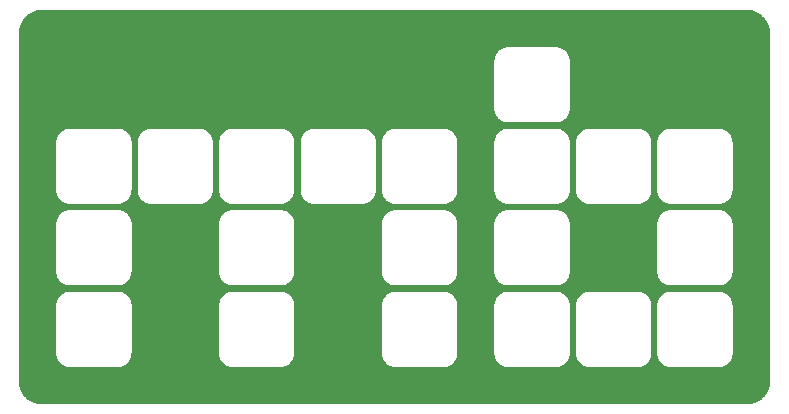
<source format=gbr>
%TF.GenerationSoftware,KiCad,Pcbnew,(6.0.9-0)*%
%TF.CreationDate,2022-12-20T14:10:16+00:00*%
%TF.ProjectId,fauxmac-plus-baseplate,66617578-6d61-4632-9d70-6c75732d6261,rev?*%
%TF.SameCoordinates,Original*%
%TF.FileFunction,Legend,Top*%
%TF.FilePolarity,Positive*%
%FSLAX46Y46*%
G04 Gerber Fmt 4.6, Leading zero omitted, Abs format (unit mm)*
G04 Created by KiCad (PCBNEW (6.0.9-0)) date 2022-12-20 14:10:16*
%MOMM*%
%LPD*%
G01*
G04 APERTURE LIST*
%ADD10C,0.000000*%
%ADD11C,0.150000*%
G04 APERTURE END LIST*
D10*
G36*
X135404935Y-74984775D02*
G01*
X135412467Y-74885077D01*
X135424874Y-74786862D01*
X135442033Y-74690251D01*
X135463823Y-74595364D01*
X135490124Y-74502323D01*
X135520814Y-74411249D01*
X135555773Y-74322263D01*
X135594878Y-74235486D01*
X135638009Y-74151039D01*
X135685045Y-74069044D01*
X135735865Y-73989621D01*
X135790347Y-73912892D01*
X135848371Y-73838978D01*
X135909815Y-73768000D01*
X135974558Y-73700078D01*
X136042480Y-73635335D01*
X136113458Y-73573891D01*
X136187372Y-73515867D01*
X136264101Y-73461385D01*
X136343524Y-73410565D01*
X136425519Y-73363529D01*
X136509966Y-73320398D01*
X136596743Y-73281293D01*
X136685729Y-73246334D01*
X136776803Y-73215644D01*
X136869844Y-73189343D01*
X136964731Y-73167553D01*
X137061342Y-73150394D01*
X137159557Y-73137987D01*
X137259255Y-73130455D01*
X137360314Y-73127917D01*
X197050312Y-73127917D01*
X197151371Y-73130455D01*
X197251069Y-73137987D01*
X197349284Y-73150394D01*
X197445895Y-73167553D01*
X197540782Y-73189343D01*
X197633823Y-73215644D01*
X197724897Y-73246334D01*
X197813883Y-73281293D01*
X197900659Y-73320398D01*
X197985106Y-73363529D01*
X198067101Y-73410565D01*
X198146523Y-73461385D01*
X198223252Y-73515867D01*
X198297166Y-73573891D01*
X198368144Y-73635335D01*
X198436065Y-73700078D01*
X198500809Y-73768000D01*
X198562252Y-73838978D01*
X198620276Y-73912892D01*
X198674758Y-73989621D01*
X198725578Y-74069044D01*
X198772613Y-74151039D01*
X198815744Y-74235486D01*
X198854850Y-74322263D01*
X198889808Y-74411249D01*
X198920498Y-74502323D01*
X198946798Y-74595364D01*
X198968589Y-74690251D01*
X198985748Y-74786862D01*
X198998154Y-74885077D01*
X199005687Y-74984775D01*
X199008224Y-75085834D01*
X199008224Y-104560416D01*
X199005687Y-104661475D01*
X198998154Y-104761173D01*
X198985748Y-104859388D01*
X198968589Y-104955999D01*
X198946798Y-105050886D01*
X198920498Y-105143927D01*
X198889808Y-105235001D01*
X198854850Y-105323987D01*
X198815744Y-105410764D01*
X198772613Y-105495211D01*
X198725578Y-105577206D01*
X198674758Y-105656629D01*
X198620276Y-105733358D01*
X198562252Y-105807272D01*
X198500809Y-105878250D01*
X198436065Y-105946171D01*
X198368144Y-106010915D01*
X198297166Y-106072359D01*
X198223252Y-106130382D01*
X198146523Y-106184865D01*
X198067101Y-106235684D01*
X197985106Y-106282720D01*
X197900659Y-106325852D01*
X197813883Y-106364957D01*
X197724897Y-106399915D01*
X197633823Y-106430605D01*
X197540782Y-106456906D01*
X197445895Y-106478696D01*
X197349284Y-106495855D01*
X197251069Y-106508262D01*
X197151371Y-106515794D01*
X197050312Y-106518332D01*
X137360314Y-106518332D01*
X137259255Y-106515794D01*
X137159557Y-106508262D01*
X137061342Y-106495855D01*
X136964731Y-106478696D01*
X136869844Y-106456906D01*
X136776803Y-106430605D01*
X136685729Y-106399915D01*
X136596743Y-106364957D01*
X136509966Y-106325852D01*
X136425519Y-106282720D01*
X136343524Y-106235684D01*
X136264101Y-106184865D01*
X136187372Y-106130382D01*
X136113458Y-106072359D01*
X136042480Y-106010915D01*
X135974558Y-105946171D01*
X135909815Y-105878250D01*
X135848371Y-105807272D01*
X135790347Y-105733358D01*
X135735865Y-105656629D01*
X135685045Y-105577206D01*
X135638009Y-105495211D01*
X135594878Y-105410764D01*
X135555773Y-105323987D01*
X135520814Y-105235001D01*
X135490124Y-105143927D01*
X135463823Y-105050886D01*
X135442033Y-104955999D01*
X135424874Y-104859388D01*
X135412467Y-104761173D01*
X135404935Y-104661475D01*
X135402397Y-104560416D01*
X135402397Y-102205624D01*
X138577397Y-102205624D01*
X138578934Y-102264833D01*
X138583495Y-102323343D01*
X138591001Y-102381079D01*
X138601375Y-102437962D01*
X138614539Y-102493914D01*
X138630417Y-102548859D01*
X138648930Y-102602719D01*
X138670001Y-102655416D01*
X138693552Y-102706873D01*
X138719507Y-102757012D01*
X138747787Y-102805756D01*
X138778315Y-102853027D01*
X138811013Y-102898748D01*
X138845804Y-102942841D01*
X138882611Y-102985228D01*
X138921355Y-103025833D01*
X138961960Y-103064577D01*
X139004347Y-103101384D01*
X139048440Y-103136175D01*
X139094161Y-103168874D01*
X139141432Y-103199401D01*
X139190176Y-103227681D01*
X139240315Y-103253636D01*
X139291772Y-103277187D01*
X139344469Y-103298259D01*
X139398328Y-103316772D01*
X139453273Y-103332649D01*
X139509226Y-103345814D01*
X139566109Y-103356188D01*
X139623844Y-103363694D01*
X139682355Y-103368254D01*
X139741563Y-103369792D01*
X143763230Y-103369792D01*
X143822438Y-103368254D01*
X143880949Y-103363694D01*
X143938684Y-103356188D01*
X143995567Y-103345814D01*
X144051520Y-103332649D01*
X144106465Y-103316772D01*
X144160324Y-103298259D01*
X144213022Y-103277187D01*
X144264478Y-103253636D01*
X144314617Y-103227681D01*
X144363361Y-103199401D01*
X144410632Y-103168874D01*
X144456353Y-103136175D01*
X144500446Y-103101384D01*
X144542833Y-103064577D01*
X144583438Y-103025833D01*
X144622183Y-102985228D01*
X144658989Y-102942841D01*
X144693780Y-102898748D01*
X144726479Y-102853027D01*
X144757006Y-102805756D01*
X144785286Y-102757012D01*
X144811241Y-102706873D01*
X144834792Y-102655416D01*
X144855863Y-102602719D01*
X144874377Y-102548859D01*
X144890254Y-102493914D01*
X144903419Y-102437962D01*
X144913793Y-102381079D01*
X144921299Y-102323343D01*
X144925859Y-102264833D01*
X144927397Y-102205624D01*
X144953855Y-102205624D01*
X152362188Y-102205624D01*
X152363726Y-102264833D01*
X152368286Y-102323343D01*
X152375792Y-102381079D01*
X152386166Y-102437962D01*
X152399331Y-102493914D01*
X152415208Y-102548859D01*
X152433721Y-102602719D01*
X152454792Y-102655416D01*
X152478344Y-102706873D01*
X152504298Y-102757012D01*
X152532578Y-102805756D01*
X152563106Y-102853027D01*
X152595804Y-102898748D01*
X152630595Y-102942841D01*
X152667402Y-102985228D01*
X152706146Y-103025833D01*
X152746751Y-103064577D01*
X152789138Y-103101384D01*
X152833231Y-103136175D01*
X152878952Y-103168874D01*
X152926223Y-103199401D01*
X152974966Y-103227681D01*
X153025105Y-103253636D01*
X153076562Y-103277187D01*
X153129259Y-103298259D01*
X153183119Y-103316772D01*
X153238064Y-103332649D01*
X153294016Y-103345814D01*
X153350899Y-103356188D01*
X153408635Y-103363694D01*
X153467145Y-103368254D01*
X153526354Y-103369792D01*
X157548019Y-103369792D01*
X157607228Y-103368254D01*
X157665738Y-103363694D01*
X157723474Y-103356188D01*
X157780357Y-103345814D01*
X157836309Y-103332649D01*
X157891254Y-103316772D01*
X157945114Y-103298259D01*
X157997811Y-103277187D01*
X158049268Y-103253636D01*
X158099407Y-103227681D01*
X158148151Y-103199401D01*
X158195422Y-103168874D01*
X158241143Y-103136175D01*
X158285236Y-103101384D01*
X158327623Y-103064577D01*
X158368228Y-103025833D01*
X158406972Y-102985228D01*
X158443779Y-102942841D01*
X158478570Y-102898748D01*
X158511269Y-102853027D01*
X158541796Y-102805756D01*
X158570076Y-102757012D01*
X158596031Y-102706873D01*
X158619582Y-102655416D01*
X158640653Y-102602719D01*
X158659167Y-102548859D01*
X158675044Y-102493914D01*
X158688209Y-102437962D01*
X158698583Y-102381079D01*
X158706089Y-102323343D01*
X158710649Y-102264833D01*
X158712187Y-102205624D01*
X158738647Y-102205624D01*
X166146980Y-102205624D01*
X166148518Y-102264833D01*
X166153078Y-102323343D01*
X166160584Y-102381079D01*
X166170958Y-102437962D01*
X166184123Y-102493914D01*
X166200000Y-102548859D01*
X166218513Y-102602719D01*
X166239584Y-102655416D01*
X166263136Y-102706873D01*
X166289090Y-102757012D01*
X166317370Y-102805756D01*
X166347898Y-102853027D01*
X166380597Y-102898748D01*
X166415388Y-102942841D01*
X166452194Y-102985228D01*
X166490939Y-103025833D01*
X166531544Y-103064577D01*
X166573931Y-103101384D01*
X166618024Y-103136175D01*
X166663745Y-103168874D01*
X166711016Y-103199401D01*
X166759760Y-103227681D01*
X166809899Y-103253636D01*
X166861356Y-103277187D01*
X166914053Y-103298259D01*
X166967913Y-103316772D01*
X167022858Y-103332649D01*
X167078810Y-103345814D01*
X167135693Y-103356188D01*
X167193429Y-103363694D01*
X167251939Y-103368254D01*
X167311148Y-103369792D01*
X171359272Y-103369792D01*
X171418480Y-103368254D01*
X171476990Y-103363694D01*
X171534726Y-103356188D01*
X171591609Y-103345814D01*
X171647561Y-103332649D01*
X171702506Y-103316772D01*
X171756366Y-103298259D01*
X171809063Y-103277187D01*
X171860519Y-103253636D01*
X171910658Y-103227681D01*
X171959402Y-103199401D01*
X172006673Y-103168874D01*
X172052394Y-103136175D01*
X172096487Y-103101384D01*
X172138874Y-103064577D01*
X172179479Y-103025833D01*
X172218223Y-102985228D01*
X172255030Y-102942841D01*
X172289821Y-102898748D01*
X172322519Y-102853027D01*
X172353047Y-102805756D01*
X172381327Y-102757012D01*
X172407282Y-102706873D01*
X172430833Y-102655416D01*
X172451904Y-102602719D01*
X172470417Y-102548859D01*
X172486295Y-102493914D01*
X172499459Y-102437962D01*
X172509834Y-102381079D01*
X172517340Y-102323343D01*
X172521900Y-102264833D01*
X172523437Y-102205624D01*
X175671982Y-102205624D01*
X175673519Y-102264833D01*
X175678079Y-102323343D01*
X175685586Y-102381079D01*
X175695960Y-102437962D01*
X175709124Y-102493914D01*
X175725002Y-102548859D01*
X175743515Y-102602719D01*
X175764586Y-102655416D01*
X175788137Y-102706873D01*
X175814092Y-102757012D01*
X175842372Y-102805756D01*
X175872900Y-102853027D01*
X175905598Y-102898748D01*
X175940389Y-102942841D01*
X175977196Y-102985228D01*
X176015940Y-103025833D01*
X176056545Y-103064577D01*
X176098932Y-103101384D01*
X176143025Y-103136175D01*
X176188746Y-103168874D01*
X176236017Y-103199401D01*
X176284761Y-103227681D01*
X176334900Y-103253636D01*
X176386356Y-103277187D01*
X176439053Y-103298259D01*
X176492913Y-103316772D01*
X176547858Y-103332649D01*
X176603810Y-103345814D01*
X176660693Y-103356188D01*
X176718429Y-103363694D01*
X176776939Y-103368254D01*
X176836147Y-103369792D01*
X180884273Y-103369792D01*
X180943481Y-103368254D01*
X181001992Y-103363694D01*
X181059727Y-103356188D01*
X181116610Y-103345814D01*
X181172563Y-103332649D01*
X181227508Y-103316772D01*
X181281367Y-103298259D01*
X181334064Y-103277187D01*
X181385521Y-103253636D01*
X181435660Y-103227681D01*
X181484404Y-103199401D01*
X181531675Y-103168874D01*
X181577395Y-103136175D01*
X181621488Y-103101384D01*
X181663876Y-103064577D01*
X181704480Y-103025833D01*
X181743225Y-102985228D01*
X181780031Y-102942841D01*
X181814823Y-102898748D01*
X181847521Y-102853027D01*
X181878049Y-102805756D01*
X181906329Y-102757012D01*
X181932283Y-102706873D01*
X181955835Y-102655416D01*
X181976906Y-102602719D01*
X181995419Y-102548859D01*
X182011296Y-102493914D01*
X182024461Y-102437962D01*
X182034835Y-102381079D01*
X182042341Y-102323343D01*
X182046901Y-102264833D01*
X182048439Y-102205624D01*
X182577602Y-102205624D01*
X182579140Y-102264833D01*
X182583700Y-102323343D01*
X182591206Y-102381079D01*
X182601580Y-102437962D01*
X182614745Y-102493914D01*
X182630622Y-102548859D01*
X182649135Y-102602719D01*
X182670206Y-102655416D01*
X182693758Y-102706873D01*
X182719712Y-102757012D01*
X182747992Y-102805756D01*
X182778520Y-102853027D01*
X182811219Y-102898748D01*
X182846010Y-102942841D01*
X182882816Y-102985228D01*
X182921561Y-103025833D01*
X182962165Y-103064577D01*
X183004553Y-103101384D01*
X183048646Y-103136175D01*
X183094366Y-103168874D01*
X183141637Y-103199401D01*
X183190381Y-103227681D01*
X183240520Y-103253636D01*
X183291977Y-103277187D01*
X183344674Y-103298259D01*
X183398534Y-103316772D01*
X183453478Y-103332649D01*
X183509431Y-103345814D01*
X183566314Y-103356188D01*
X183624049Y-103363694D01*
X183682560Y-103368254D01*
X183741768Y-103369792D01*
X187789894Y-103369792D01*
X187849102Y-103368254D01*
X187907613Y-103363694D01*
X187965348Y-103356188D01*
X188022231Y-103345814D01*
X188078183Y-103332649D01*
X188133128Y-103316772D01*
X188186988Y-103298259D01*
X188239685Y-103277187D01*
X188291141Y-103253636D01*
X188341280Y-103227681D01*
X188390024Y-103199401D01*
X188437295Y-103168874D01*
X188483016Y-103136175D01*
X188527109Y-103101384D01*
X188569496Y-103064577D01*
X188610101Y-103025833D01*
X188648845Y-102985228D01*
X188685652Y-102942841D01*
X188720443Y-102898748D01*
X188753141Y-102853027D01*
X188783669Y-102805756D01*
X188811949Y-102757012D01*
X188837904Y-102706873D01*
X188861455Y-102655416D01*
X188882526Y-102602719D01*
X188901039Y-102548859D01*
X188916917Y-102493914D01*
X188930082Y-102437962D01*
X188940456Y-102381079D01*
X188947962Y-102323343D01*
X188952522Y-102264833D01*
X188954059Y-102205624D01*
X189456772Y-102205624D01*
X189458309Y-102264833D01*
X189462869Y-102323343D01*
X189470375Y-102381079D01*
X189480749Y-102437962D01*
X189493914Y-102493914D01*
X189509791Y-102548859D01*
X189528304Y-102602719D01*
X189549375Y-102655416D01*
X189572927Y-102706873D01*
X189598881Y-102757012D01*
X189627161Y-102805756D01*
X189657689Y-102853027D01*
X189690387Y-102898748D01*
X189725178Y-102942841D01*
X189761984Y-102985228D01*
X189800728Y-103025833D01*
X189841333Y-103064577D01*
X189883720Y-103101384D01*
X189927813Y-103136175D01*
X189973533Y-103168874D01*
X190020804Y-103199401D01*
X190069548Y-103227681D01*
X190119687Y-103253636D01*
X190171143Y-103277187D01*
X190223840Y-103298259D01*
X190277700Y-103316772D01*
X190332644Y-103332649D01*
X190388597Y-103345814D01*
X190445479Y-103356188D01*
X190503215Y-103363694D01*
X190561725Y-103368254D01*
X190620933Y-103369792D01*
X194669060Y-103369792D01*
X194728268Y-103368254D01*
X194786778Y-103363694D01*
X194844514Y-103356188D01*
X194901396Y-103345814D01*
X194957349Y-103332649D01*
X195012294Y-103316772D01*
X195066153Y-103298259D01*
X195118850Y-103277187D01*
X195170307Y-103253636D01*
X195220446Y-103227681D01*
X195269190Y-103199401D01*
X195316461Y-103168874D01*
X195362182Y-103136175D01*
X195406274Y-103101384D01*
X195448662Y-103064577D01*
X195489267Y-103025833D01*
X195528011Y-102985228D01*
X195564818Y-102942841D01*
X195599609Y-102898748D01*
X195632307Y-102853027D01*
X195662835Y-102805756D01*
X195691115Y-102757012D01*
X195717069Y-102706873D01*
X195740621Y-102655416D01*
X195761692Y-102602719D01*
X195780205Y-102548859D01*
X195796083Y-102493914D01*
X195809247Y-102437962D01*
X195819621Y-102381079D01*
X195827127Y-102323343D01*
X195831688Y-102264833D01*
X195833225Y-102205624D01*
X195833225Y-98157498D01*
X195831688Y-98098290D01*
X195827127Y-98039779D01*
X195819621Y-97982044D01*
X195809247Y-97925161D01*
X195796083Y-97869208D01*
X195780205Y-97814263D01*
X195761692Y-97760403D01*
X195740621Y-97707706D01*
X195717069Y-97656249D01*
X195691115Y-97606110D01*
X195662835Y-97557366D01*
X195632307Y-97510095D01*
X195599609Y-97464375D01*
X195564818Y-97420282D01*
X195528011Y-97377894D01*
X195489267Y-97337289D01*
X195448662Y-97298545D01*
X195406274Y-97261738D01*
X195362182Y-97226947D01*
X195316461Y-97194249D01*
X195269190Y-97163721D01*
X195220446Y-97135441D01*
X195170307Y-97109486D01*
X195118850Y-97085935D01*
X195066153Y-97064864D01*
X195012294Y-97046351D01*
X194957349Y-97030473D01*
X194901396Y-97017309D01*
X194844514Y-97006934D01*
X194786778Y-96999428D01*
X194728268Y-96994868D01*
X194669060Y-96993331D01*
X190620933Y-96993331D01*
X190561725Y-96994868D01*
X190503215Y-96999428D01*
X190445479Y-97006934D01*
X190388597Y-97017309D01*
X190332644Y-97030473D01*
X190277700Y-97046351D01*
X190223840Y-97064864D01*
X190171143Y-97085935D01*
X190119687Y-97109486D01*
X190069548Y-97135441D01*
X190020804Y-97163721D01*
X189973533Y-97194249D01*
X189927813Y-97226947D01*
X189883720Y-97261738D01*
X189841333Y-97298545D01*
X189800728Y-97337289D01*
X189761984Y-97377894D01*
X189725178Y-97420282D01*
X189690387Y-97464375D01*
X189657689Y-97510095D01*
X189627161Y-97557366D01*
X189598881Y-97606110D01*
X189572927Y-97656249D01*
X189549375Y-97707706D01*
X189528304Y-97760403D01*
X189509791Y-97814263D01*
X189493914Y-97869208D01*
X189480749Y-97925161D01*
X189470375Y-97982044D01*
X189462869Y-98039779D01*
X189458309Y-98098290D01*
X189456772Y-98157498D01*
X189456772Y-102205624D01*
X188954059Y-102205624D01*
X188954059Y-98157498D01*
X188952522Y-98098290D01*
X188947962Y-98039779D01*
X188940456Y-97982044D01*
X188930082Y-97925161D01*
X188916917Y-97869208D01*
X188901039Y-97814263D01*
X188882526Y-97760403D01*
X188861455Y-97707706D01*
X188837904Y-97656249D01*
X188811949Y-97606110D01*
X188783669Y-97557366D01*
X188753141Y-97510095D01*
X188720443Y-97464375D01*
X188685652Y-97420282D01*
X188648845Y-97377894D01*
X188610101Y-97337289D01*
X188569496Y-97298545D01*
X188527109Y-97261738D01*
X188483016Y-97226947D01*
X188437295Y-97194249D01*
X188390024Y-97163721D01*
X188341280Y-97135441D01*
X188291141Y-97109486D01*
X188239685Y-97085935D01*
X188186988Y-97064864D01*
X188133128Y-97046351D01*
X188078183Y-97030473D01*
X188022231Y-97017309D01*
X187965348Y-97006934D01*
X187907613Y-96999428D01*
X187849102Y-96994868D01*
X187789894Y-96993331D01*
X183741768Y-96993331D01*
X183682560Y-96994868D01*
X183624049Y-96999428D01*
X183566314Y-97006934D01*
X183509431Y-97017309D01*
X183453478Y-97030473D01*
X183398534Y-97046351D01*
X183344674Y-97064864D01*
X183291977Y-97085935D01*
X183240520Y-97109486D01*
X183190381Y-97135441D01*
X183141637Y-97163721D01*
X183094366Y-97194249D01*
X183048646Y-97226947D01*
X183004553Y-97261738D01*
X182962165Y-97298545D01*
X182921561Y-97337289D01*
X182882816Y-97377894D01*
X182846010Y-97420282D01*
X182811219Y-97464375D01*
X182778520Y-97510095D01*
X182747992Y-97557366D01*
X182719712Y-97606110D01*
X182693758Y-97656249D01*
X182670206Y-97707706D01*
X182649135Y-97760403D01*
X182630622Y-97814263D01*
X182614745Y-97869208D01*
X182601580Y-97925161D01*
X182591206Y-97982044D01*
X182583700Y-98039779D01*
X182579140Y-98098290D01*
X182577602Y-98157498D01*
X182577602Y-102205624D01*
X182048439Y-102205624D01*
X182048439Y-98157498D01*
X182046901Y-98098290D01*
X182042341Y-98039779D01*
X182034835Y-97982044D01*
X182024461Y-97925161D01*
X182011296Y-97869208D01*
X181995419Y-97814263D01*
X181976906Y-97760403D01*
X181955835Y-97707706D01*
X181932283Y-97656249D01*
X181906329Y-97606110D01*
X181878049Y-97557366D01*
X181847521Y-97510095D01*
X181814823Y-97464375D01*
X181780031Y-97420282D01*
X181743225Y-97377894D01*
X181704480Y-97337289D01*
X181663876Y-97298545D01*
X181621488Y-97261738D01*
X181577395Y-97226947D01*
X181531675Y-97194249D01*
X181484404Y-97163721D01*
X181435660Y-97135441D01*
X181385521Y-97109486D01*
X181334064Y-97085935D01*
X181281367Y-97064864D01*
X181227508Y-97046351D01*
X181172563Y-97030473D01*
X181116610Y-97017309D01*
X181059727Y-97006934D01*
X181001992Y-96999428D01*
X180943481Y-96994868D01*
X180884273Y-96993331D01*
X176836147Y-96993331D01*
X176776939Y-96994868D01*
X176718429Y-96999428D01*
X176660693Y-97006934D01*
X176603810Y-97017309D01*
X176547858Y-97030473D01*
X176492913Y-97046351D01*
X176439053Y-97064864D01*
X176386356Y-97085935D01*
X176334900Y-97109486D01*
X176284761Y-97135441D01*
X176236017Y-97163721D01*
X176188746Y-97194249D01*
X176143025Y-97226947D01*
X176098932Y-97261738D01*
X176056545Y-97298545D01*
X176015940Y-97337289D01*
X175977196Y-97377894D01*
X175940389Y-97420282D01*
X175905598Y-97464375D01*
X175872900Y-97510095D01*
X175842372Y-97557366D01*
X175814092Y-97606110D01*
X175788137Y-97656249D01*
X175764586Y-97707706D01*
X175743515Y-97760403D01*
X175725002Y-97814263D01*
X175709124Y-97869208D01*
X175695960Y-97925161D01*
X175685586Y-97982044D01*
X175678079Y-98039779D01*
X175673519Y-98098290D01*
X175671982Y-98157498D01*
X175671982Y-102205624D01*
X172523437Y-102205624D01*
X172523437Y-98157498D01*
X172521900Y-98098290D01*
X172517340Y-98039779D01*
X172509834Y-97982044D01*
X172499459Y-97925161D01*
X172486295Y-97869208D01*
X172470417Y-97814263D01*
X172451904Y-97760403D01*
X172430833Y-97707706D01*
X172407282Y-97656249D01*
X172381327Y-97606110D01*
X172353047Y-97557366D01*
X172322519Y-97510095D01*
X172289821Y-97464375D01*
X172255030Y-97420282D01*
X172218223Y-97377894D01*
X172179479Y-97337289D01*
X172138874Y-97298545D01*
X172096487Y-97261738D01*
X172052394Y-97226947D01*
X172006673Y-97194249D01*
X171959402Y-97163721D01*
X171910658Y-97135441D01*
X171860519Y-97109486D01*
X171809063Y-97085935D01*
X171756366Y-97064864D01*
X171702506Y-97046351D01*
X171647561Y-97030473D01*
X171591609Y-97017309D01*
X171534726Y-97006934D01*
X171476990Y-96999428D01*
X171418480Y-96994868D01*
X171359272Y-96993331D01*
X167311148Y-96993331D01*
X167251939Y-96994868D01*
X167193429Y-96999428D01*
X167135693Y-97006934D01*
X167078810Y-97017309D01*
X167022858Y-97030473D01*
X166967913Y-97046351D01*
X166914053Y-97064864D01*
X166861356Y-97085935D01*
X166809899Y-97109486D01*
X166759760Y-97135441D01*
X166711016Y-97163721D01*
X166663745Y-97194249D01*
X166618024Y-97226947D01*
X166573931Y-97261738D01*
X166531544Y-97298545D01*
X166490939Y-97337289D01*
X166452194Y-97377894D01*
X166415388Y-97420282D01*
X166380597Y-97464375D01*
X166347898Y-97510095D01*
X166317370Y-97557366D01*
X166289090Y-97606110D01*
X166263136Y-97656249D01*
X166239584Y-97707706D01*
X166218513Y-97760403D01*
X166200000Y-97814263D01*
X166184123Y-97869208D01*
X166170958Y-97925161D01*
X166160584Y-97982044D01*
X166153078Y-98039779D01*
X166148518Y-98098290D01*
X166146980Y-98157498D01*
X166146980Y-102205624D01*
X158738647Y-102205624D01*
X158738647Y-98157498D01*
X158737110Y-98098290D01*
X158732550Y-98039779D01*
X158725043Y-97982044D01*
X158714669Y-97925161D01*
X158701505Y-97869208D01*
X158685627Y-97814263D01*
X158667114Y-97760403D01*
X158646043Y-97707706D01*
X158622492Y-97656249D01*
X158596537Y-97606110D01*
X158568257Y-97557366D01*
X158537729Y-97510095D01*
X158505031Y-97464375D01*
X158470240Y-97420282D01*
X158433433Y-97377894D01*
X158394689Y-97337289D01*
X158354084Y-97298545D01*
X158311696Y-97261738D01*
X158267603Y-97226947D01*
X158221883Y-97194249D01*
X158174612Y-97163721D01*
X158125868Y-97135441D01*
X158075729Y-97109486D01*
X158024272Y-97085935D01*
X157971575Y-97064864D01*
X157917715Y-97046351D01*
X157862770Y-97030473D01*
X157806817Y-97017309D01*
X157749934Y-97006934D01*
X157692199Y-96999428D01*
X157633688Y-96994868D01*
X157574480Y-96993331D01*
X153526354Y-96993331D01*
X153467145Y-96994868D01*
X153408635Y-96999428D01*
X153350899Y-97006934D01*
X153294016Y-97017309D01*
X153238064Y-97030473D01*
X153183119Y-97046351D01*
X153129259Y-97064864D01*
X153076562Y-97085935D01*
X153025105Y-97109486D01*
X152974966Y-97135441D01*
X152926223Y-97163721D01*
X152878952Y-97194249D01*
X152833231Y-97226947D01*
X152789138Y-97261738D01*
X152746751Y-97298545D01*
X152706146Y-97337289D01*
X152667402Y-97377894D01*
X152630595Y-97420282D01*
X152595804Y-97464375D01*
X152563106Y-97510095D01*
X152532578Y-97557366D01*
X152504298Y-97606110D01*
X152478344Y-97656249D01*
X152454792Y-97707706D01*
X152433721Y-97760403D01*
X152415208Y-97814263D01*
X152399331Y-97869208D01*
X152386166Y-97925161D01*
X152375792Y-97982044D01*
X152368286Y-98039779D01*
X152363726Y-98098290D01*
X152362188Y-98157498D01*
X152362188Y-102205624D01*
X144953855Y-102205624D01*
X144953855Y-98157498D01*
X144952318Y-98098290D01*
X144947758Y-98039779D01*
X144940252Y-97982044D01*
X144929877Y-97925161D01*
X144916713Y-97869208D01*
X144900835Y-97814263D01*
X144882322Y-97760403D01*
X144861251Y-97707706D01*
X144837700Y-97656249D01*
X144811745Y-97606110D01*
X144783465Y-97557366D01*
X144752937Y-97510095D01*
X144720239Y-97464375D01*
X144685448Y-97420282D01*
X144648642Y-97377894D01*
X144609897Y-97337289D01*
X144569292Y-97298545D01*
X144526905Y-97261738D01*
X144482812Y-97226947D01*
X144437091Y-97194249D01*
X144389820Y-97163721D01*
X144341076Y-97135441D01*
X144290937Y-97109486D01*
X144239480Y-97085935D01*
X144186783Y-97064864D01*
X144132923Y-97046351D01*
X144077978Y-97030473D01*
X144022026Y-97017309D01*
X143965143Y-97006934D01*
X143907407Y-96999428D01*
X143848896Y-96994868D01*
X143789688Y-96993331D01*
X139741563Y-96993331D01*
X139682355Y-96994868D01*
X139623844Y-96999428D01*
X139566109Y-97006934D01*
X139509226Y-97017309D01*
X139453273Y-97030473D01*
X139398328Y-97046351D01*
X139344469Y-97064864D01*
X139291772Y-97085935D01*
X139240315Y-97109486D01*
X139190176Y-97135441D01*
X139141432Y-97163721D01*
X139094161Y-97194249D01*
X139048440Y-97226947D01*
X139004347Y-97261738D01*
X138961960Y-97298545D01*
X138921355Y-97337289D01*
X138882611Y-97377894D01*
X138845804Y-97420282D01*
X138811013Y-97464375D01*
X138778315Y-97510095D01*
X138747787Y-97557366D01*
X138719507Y-97606110D01*
X138693552Y-97656249D01*
X138670001Y-97707706D01*
X138648930Y-97760403D01*
X138630417Y-97814263D01*
X138614539Y-97869208D01*
X138601375Y-97925161D01*
X138591001Y-97982044D01*
X138583495Y-98039779D01*
X138578934Y-98098290D01*
X138577397Y-98157498D01*
X138577397Y-102205624D01*
X135402397Y-102205624D01*
X135402397Y-95300000D01*
X138577397Y-95300000D01*
X138578934Y-95359208D01*
X138583495Y-95417719D01*
X138591001Y-95475454D01*
X138601375Y-95532337D01*
X138614539Y-95588290D01*
X138630417Y-95643235D01*
X138648930Y-95697095D01*
X138670001Y-95749792D01*
X138693552Y-95801249D01*
X138719507Y-95851388D01*
X138747787Y-95900132D01*
X138778315Y-95947403D01*
X138811013Y-95993123D01*
X138845804Y-96037216D01*
X138882611Y-96079604D01*
X138921355Y-96120209D01*
X138961960Y-96158953D01*
X139004347Y-96195760D01*
X139048440Y-96230551D01*
X139094161Y-96263249D01*
X139141432Y-96293777D01*
X139190176Y-96322057D01*
X139240315Y-96348012D01*
X139291772Y-96371563D01*
X139344469Y-96392634D01*
X139398328Y-96411147D01*
X139453273Y-96427025D01*
X139509226Y-96440189D01*
X139566109Y-96450563D01*
X139623844Y-96458070D01*
X139682355Y-96462630D01*
X139741563Y-96464167D01*
X143763230Y-96464167D01*
X143822438Y-96462630D01*
X143880949Y-96458070D01*
X143938684Y-96450563D01*
X143995567Y-96440189D01*
X144051520Y-96427025D01*
X144106465Y-96411147D01*
X144160324Y-96392634D01*
X144213022Y-96371563D01*
X144264478Y-96348012D01*
X144314617Y-96322057D01*
X144363361Y-96293777D01*
X144410632Y-96263249D01*
X144456353Y-96230551D01*
X144500446Y-96195760D01*
X144542833Y-96158953D01*
X144583438Y-96120209D01*
X144622183Y-96079604D01*
X144658989Y-96037216D01*
X144693780Y-95993123D01*
X144726479Y-95947403D01*
X144757006Y-95900132D01*
X144785286Y-95851388D01*
X144811241Y-95801249D01*
X144834792Y-95749792D01*
X144855863Y-95697095D01*
X144874377Y-95643235D01*
X144890254Y-95588290D01*
X144903419Y-95532337D01*
X144913793Y-95475454D01*
X144921299Y-95417719D01*
X144925859Y-95359208D01*
X144927397Y-95300000D01*
X144953855Y-95300000D01*
X152362188Y-95300000D01*
X152363726Y-95359208D01*
X152368286Y-95417719D01*
X152375792Y-95475454D01*
X152386166Y-95532337D01*
X152399331Y-95588290D01*
X152415208Y-95643235D01*
X152433721Y-95697095D01*
X152454792Y-95749792D01*
X152478344Y-95801249D01*
X152504298Y-95851388D01*
X152532578Y-95900132D01*
X152563106Y-95947403D01*
X152595804Y-95993123D01*
X152630595Y-96037216D01*
X152667402Y-96079604D01*
X152706146Y-96120209D01*
X152746751Y-96158953D01*
X152789138Y-96195760D01*
X152833231Y-96230551D01*
X152878952Y-96263249D01*
X152926223Y-96293777D01*
X152974966Y-96322057D01*
X153025105Y-96348012D01*
X153076562Y-96371563D01*
X153129259Y-96392634D01*
X153183119Y-96411147D01*
X153238064Y-96427025D01*
X153294016Y-96440189D01*
X153350899Y-96450563D01*
X153408635Y-96458070D01*
X153467145Y-96462630D01*
X153526354Y-96464167D01*
X157548019Y-96464167D01*
X157607228Y-96462630D01*
X157665738Y-96458070D01*
X157723474Y-96450563D01*
X157780357Y-96440189D01*
X157836309Y-96427025D01*
X157891254Y-96411147D01*
X157945114Y-96392634D01*
X157997811Y-96371563D01*
X158049268Y-96348012D01*
X158099407Y-96322057D01*
X158148151Y-96293777D01*
X158195422Y-96263249D01*
X158241143Y-96230551D01*
X158285236Y-96195760D01*
X158327623Y-96158953D01*
X158368228Y-96120209D01*
X158406972Y-96079604D01*
X158443779Y-96037216D01*
X158478570Y-95993123D01*
X158511269Y-95947403D01*
X158541796Y-95900132D01*
X158570076Y-95851388D01*
X158596031Y-95801249D01*
X158619582Y-95749792D01*
X158640653Y-95697095D01*
X158659167Y-95643235D01*
X158675044Y-95588290D01*
X158688209Y-95532337D01*
X158698583Y-95475454D01*
X158706089Y-95417719D01*
X158710649Y-95359208D01*
X158712187Y-95300000D01*
X158738647Y-95300000D01*
X166146980Y-95300000D01*
X166148518Y-95359208D01*
X166153078Y-95417719D01*
X166160584Y-95475454D01*
X166170958Y-95532337D01*
X166184123Y-95588290D01*
X166200000Y-95643235D01*
X166218513Y-95697095D01*
X166239584Y-95749792D01*
X166263136Y-95801249D01*
X166289090Y-95851388D01*
X166317370Y-95900132D01*
X166347898Y-95947403D01*
X166380597Y-95993123D01*
X166415388Y-96037216D01*
X166452194Y-96079604D01*
X166490939Y-96120209D01*
X166531544Y-96158953D01*
X166573931Y-96195760D01*
X166618024Y-96230551D01*
X166663745Y-96263249D01*
X166711016Y-96293777D01*
X166759760Y-96322057D01*
X166809899Y-96348012D01*
X166861356Y-96371563D01*
X166914053Y-96392634D01*
X166967913Y-96411147D01*
X167022858Y-96427025D01*
X167078810Y-96440189D01*
X167135693Y-96450563D01*
X167193429Y-96458070D01*
X167251939Y-96462630D01*
X167311148Y-96464167D01*
X171359272Y-96464167D01*
X171418480Y-96462630D01*
X171476990Y-96458070D01*
X171534726Y-96450563D01*
X171591609Y-96440189D01*
X171647561Y-96427025D01*
X171702506Y-96411147D01*
X171756366Y-96392634D01*
X171809063Y-96371563D01*
X171860519Y-96348012D01*
X171910658Y-96322057D01*
X171959402Y-96293777D01*
X172006673Y-96263249D01*
X172052394Y-96230551D01*
X172096487Y-96195760D01*
X172138874Y-96158953D01*
X172179479Y-96120209D01*
X172218223Y-96079604D01*
X172255030Y-96037216D01*
X172289821Y-95993123D01*
X172322519Y-95947403D01*
X172353047Y-95900132D01*
X172381327Y-95851388D01*
X172407282Y-95801249D01*
X172430833Y-95749792D01*
X172451904Y-95697095D01*
X172470417Y-95643235D01*
X172486295Y-95588290D01*
X172499459Y-95532337D01*
X172509834Y-95475454D01*
X172517340Y-95417719D01*
X172521900Y-95359208D01*
X172523437Y-95300000D01*
X175671982Y-95300000D01*
X175673519Y-95359208D01*
X175678079Y-95417719D01*
X175685586Y-95475454D01*
X175695960Y-95532337D01*
X175709124Y-95588290D01*
X175725002Y-95643235D01*
X175743515Y-95697095D01*
X175764586Y-95749792D01*
X175788137Y-95801249D01*
X175814092Y-95851388D01*
X175842372Y-95900132D01*
X175872900Y-95947403D01*
X175905598Y-95993123D01*
X175940389Y-96037216D01*
X175977196Y-96079604D01*
X176015940Y-96120209D01*
X176056545Y-96158953D01*
X176098932Y-96195760D01*
X176143025Y-96230551D01*
X176188746Y-96263249D01*
X176236017Y-96293777D01*
X176284761Y-96322057D01*
X176334900Y-96348012D01*
X176386356Y-96371563D01*
X176439053Y-96392634D01*
X176492913Y-96411147D01*
X176547858Y-96427025D01*
X176603810Y-96440189D01*
X176660693Y-96450563D01*
X176718429Y-96458070D01*
X176776939Y-96462630D01*
X176836147Y-96464167D01*
X180884273Y-96464167D01*
X180943481Y-96462630D01*
X181001992Y-96458070D01*
X181059727Y-96450563D01*
X181116610Y-96440189D01*
X181172563Y-96427025D01*
X181227508Y-96411147D01*
X181281367Y-96392634D01*
X181334064Y-96371563D01*
X181385521Y-96348012D01*
X181435660Y-96322057D01*
X181484404Y-96293777D01*
X181531675Y-96263249D01*
X181577395Y-96230551D01*
X181621488Y-96195760D01*
X181663876Y-96158953D01*
X181704480Y-96120209D01*
X181743225Y-96079604D01*
X181780031Y-96037216D01*
X181814823Y-95993123D01*
X181847521Y-95947403D01*
X181878049Y-95900132D01*
X181906329Y-95851388D01*
X181932283Y-95801249D01*
X181955835Y-95749792D01*
X181976906Y-95697095D01*
X181995419Y-95643235D01*
X182011296Y-95588290D01*
X182024461Y-95532337D01*
X182034835Y-95475454D01*
X182042341Y-95417719D01*
X182046901Y-95359208D01*
X182048439Y-95300000D01*
X189456772Y-95300000D01*
X189458309Y-95359208D01*
X189462869Y-95417719D01*
X189470375Y-95475454D01*
X189480749Y-95532337D01*
X189493914Y-95588290D01*
X189509791Y-95643235D01*
X189528304Y-95697095D01*
X189549375Y-95749792D01*
X189572927Y-95801249D01*
X189598881Y-95851388D01*
X189627161Y-95900132D01*
X189657689Y-95947403D01*
X189690387Y-95993123D01*
X189725178Y-96037216D01*
X189761984Y-96079604D01*
X189800728Y-96120209D01*
X189841333Y-96158953D01*
X189883720Y-96195760D01*
X189927813Y-96230551D01*
X189973533Y-96263249D01*
X190020804Y-96293777D01*
X190069548Y-96322057D01*
X190119687Y-96348012D01*
X190171143Y-96371563D01*
X190223840Y-96392634D01*
X190277700Y-96411147D01*
X190332644Y-96427025D01*
X190388597Y-96440189D01*
X190445479Y-96450563D01*
X190503215Y-96458070D01*
X190561725Y-96462630D01*
X190620933Y-96464167D01*
X194669060Y-96464167D01*
X194728268Y-96462630D01*
X194786778Y-96458070D01*
X194844514Y-96450563D01*
X194901396Y-96440189D01*
X194957349Y-96427025D01*
X195012294Y-96411147D01*
X195066153Y-96392634D01*
X195118850Y-96371563D01*
X195170307Y-96348012D01*
X195220446Y-96322057D01*
X195269190Y-96293777D01*
X195316461Y-96263249D01*
X195362182Y-96230551D01*
X195406274Y-96195760D01*
X195448662Y-96158953D01*
X195489267Y-96120209D01*
X195528011Y-96079604D01*
X195564818Y-96037216D01*
X195599609Y-95993123D01*
X195632307Y-95947403D01*
X195662835Y-95900132D01*
X195691115Y-95851388D01*
X195717069Y-95801249D01*
X195740621Y-95749792D01*
X195761692Y-95697095D01*
X195780205Y-95643235D01*
X195796083Y-95588290D01*
X195809247Y-95532337D01*
X195819621Y-95475454D01*
X195827127Y-95417719D01*
X195831688Y-95359208D01*
X195833225Y-95300000D01*
X195833225Y-91251874D01*
X195831688Y-91192665D01*
X195827127Y-91134155D01*
X195819621Y-91076419D01*
X195809247Y-91019536D01*
X195796083Y-90963584D01*
X195780205Y-90908639D01*
X195761692Y-90854779D01*
X195740621Y-90802082D01*
X195717069Y-90750625D01*
X195691115Y-90700486D01*
X195662835Y-90651743D01*
X195632307Y-90604472D01*
X195599609Y-90558751D01*
X195564818Y-90514658D01*
X195528011Y-90472271D01*
X195489267Y-90431666D01*
X195448662Y-90392922D01*
X195406274Y-90356115D01*
X195362182Y-90321324D01*
X195316461Y-90288626D01*
X195269190Y-90258098D01*
X195220446Y-90229818D01*
X195170307Y-90203864D01*
X195118850Y-90180312D01*
X195066153Y-90159241D01*
X195012294Y-90140728D01*
X194957349Y-90124851D01*
X194901396Y-90111686D01*
X194844514Y-90101312D01*
X194786778Y-90093806D01*
X194728268Y-90089246D01*
X194669060Y-90087708D01*
X190620933Y-90087708D01*
X190561725Y-90089246D01*
X190503215Y-90093806D01*
X190445479Y-90101312D01*
X190388597Y-90111686D01*
X190332644Y-90124851D01*
X190277700Y-90140728D01*
X190223840Y-90159241D01*
X190171143Y-90180312D01*
X190119687Y-90203864D01*
X190069548Y-90229818D01*
X190020804Y-90258098D01*
X189973533Y-90288626D01*
X189927813Y-90321324D01*
X189883720Y-90356115D01*
X189841333Y-90392922D01*
X189800728Y-90431666D01*
X189761984Y-90472271D01*
X189725178Y-90514658D01*
X189690387Y-90558751D01*
X189657689Y-90604472D01*
X189627161Y-90651743D01*
X189598881Y-90700486D01*
X189572927Y-90750625D01*
X189549375Y-90802082D01*
X189528304Y-90854779D01*
X189509791Y-90908639D01*
X189493914Y-90963584D01*
X189480749Y-91019536D01*
X189470375Y-91076419D01*
X189462869Y-91134155D01*
X189458309Y-91192665D01*
X189456772Y-91251874D01*
X189456772Y-95300000D01*
X182048439Y-95300000D01*
X182048439Y-91251874D01*
X182046901Y-91192665D01*
X182042341Y-91134155D01*
X182034835Y-91076419D01*
X182024461Y-91019536D01*
X182011296Y-90963584D01*
X181995419Y-90908639D01*
X181976906Y-90854779D01*
X181955835Y-90802082D01*
X181932283Y-90750625D01*
X181906329Y-90700486D01*
X181878049Y-90651743D01*
X181847521Y-90604472D01*
X181814823Y-90558751D01*
X181780031Y-90514658D01*
X181743225Y-90472271D01*
X181704480Y-90431666D01*
X181663876Y-90392922D01*
X181621488Y-90356115D01*
X181577395Y-90321324D01*
X181531675Y-90288626D01*
X181484404Y-90258098D01*
X181435660Y-90229818D01*
X181385521Y-90203864D01*
X181334064Y-90180312D01*
X181281367Y-90159241D01*
X181227508Y-90140728D01*
X181172563Y-90124851D01*
X181116610Y-90111686D01*
X181059727Y-90101312D01*
X181001992Y-90093806D01*
X180943481Y-90089246D01*
X180884273Y-90087708D01*
X176836147Y-90087708D01*
X176776939Y-90089246D01*
X176718429Y-90093806D01*
X176660693Y-90101312D01*
X176603810Y-90111686D01*
X176547858Y-90124851D01*
X176492913Y-90140728D01*
X176439053Y-90159241D01*
X176386356Y-90180312D01*
X176334900Y-90203864D01*
X176284761Y-90229818D01*
X176236017Y-90258098D01*
X176188746Y-90288626D01*
X176143025Y-90321324D01*
X176098932Y-90356115D01*
X176056545Y-90392922D01*
X176015940Y-90431666D01*
X175977196Y-90472271D01*
X175940389Y-90514658D01*
X175905598Y-90558751D01*
X175872900Y-90604472D01*
X175842372Y-90651743D01*
X175814092Y-90700486D01*
X175788137Y-90750625D01*
X175764586Y-90802082D01*
X175743515Y-90854779D01*
X175725002Y-90908639D01*
X175709124Y-90963584D01*
X175695960Y-91019536D01*
X175685586Y-91076419D01*
X175678079Y-91134155D01*
X175673519Y-91192665D01*
X175671982Y-91251874D01*
X175671982Y-95300000D01*
X172523437Y-95300000D01*
X172523437Y-91251874D01*
X172521900Y-91192665D01*
X172517340Y-91134155D01*
X172509834Y-91076419D01*
X172499459Y-91019536D01*
X172486295Y-90963584D01*
X172470417Y-90908639D01*
X172451904Y-90854779D01*
X172430833Y-90802082D01*
X172407282Y-90750625D01*
X172381327Y-90700486D01*
X172353047Y-90651743D01*
X172322519Y-90604472D01*
X172289821Y-90558751D01*
X172255030Y-90514658D01*
X172218223Y-90472271D01*
X172179479Y-90431666D01*
X172138874Y-90392922D01*
X172096487Y-90356115D01*
X172052394Y-90321324D01*
X172006673Y-90288626D01*
X171959402Y-90258098D01*
X171910658Y-90229818D01*
X171860519Y-90203864D01*
X171809063Y-90180312D01*
X171756366Y-90159241D01*
X171702506Y-90140728D01*
X171647561Y-90124851D01*
X171591609Y-90111686D01*
X171534726Y-90101312D01*
X171476990Y-90093806D01*
X171418480Y-90089246D01*
X171359272Y-90087708D01*
X167311148Y-90087708D01*
X167251939Y-90089246D01*
X167193429Y-90093806D01*
X167135693Y-90101312D01*
X167078810Y-90111686D01*
X167022858Y-90124851D01*
X166967913Y-90140728D01*
X166914053Y-90159241D01*
X166861356Y-90180312D01*
X166809899Y-90203864D01*
X166759760Y-90229818D01*
X166711016Y-90258098D01*
X166663745Y-90288626D01*
X166618024Y-90321324D01*
X166573931Y-90356115D01*
X166531544Y-90392922D01*
X166490939Y-90431666D01*
X166452194Y-90472271D01*
X166415388Y-90514658D01*
X166380597Y-90558751D01*
X166347898Y-90604472D01*
X166317370Y-90651743D01*
X166289090Y-90700486D01*
X166263136Y-90750625D01*
X166239584Y-90802082D01*
X166218513Y-90854779D01*
X166200000Y-90908639D01*
X166184123Y-90963584D01*
X166170958Y-91019536D01*
X166160584Y-91076419D01*
X166153078Y-91134155D01*
X166148518Y-91192665D01*
X166146980Y-91251874D01*
X166146980Y-95300000D01*
X158738647Y-95300000D01*
X158738647Y-91251874D01*
X158737110Y-91192665D01*
X158732550Y-91134155D01*
X158725043Y-91076419D01*
X158714669Y-91019536D01*
X158701505Y-90963584D01*
X158685627Y-90908639D01*
X158667114Y-90854779D01*
X158646043Y-90802082D01*
X158622492Y-90750625D01*
X158596537Y-90700486D01*
X158568257Y-90651743D01*
X158537729Y-90604472D01*
X158505031Y-90558751D01*
X158470240Y-90514658D01*
X158433433Y-90472271D01*
X158394689Y-90431666D01*
X158354084Y-90392922D01*
X158311696Y-90356115D01*
X158267603Y-90321324D01*
X158221883Y-90288626D01*
X158174612Y-90258098D01*
X158125868Y-90229818D01*
X158075729Y-90203864D01*
X158024272Y-90180312D01*
X157971575Y-90159241D01*
X157917715Y-90140728D01*
X157862770Y-90124851D01*
X157806817Y-90111686D01*
X157749934Y-90101312D01*
X157692199Y-90093806D01*
X157633688Y-90089246D01*
X157574480Y-90087708D01*
X153526354Y-90087708D01*
X153467145Y-90089246D01*
X153408635Y-90093806D01*
X153350899Y-90101312D01*
X153294016Y-90111686D01*
X153238064Y-90124851D01*
X153183119Y-90140728D01*
X153129259Y-90159241D01*
X153076562Y-90180312D01*
X153025105Y-90203864D01*
X152974966Y-90229818D01*
X152926223Y-90258098D01*
X152878952Y-90288626D01*
X152833231Y-90321324D01*
X152789138Y-90356115D01*
X152746751Y-90392922D01*
X152706146Y-90431666D01*
X152667402Y-90472271D01*
X152630595Y-90514658D01*
X152595804Y-90558751D01*
X152563106Y-90604472D01*
X152532578Y-90651743D01*
X152504298Y-90700486D01*
X152478344Y-90750625D01*
X152454792Y-90802082D01*
X152433721Y-90854779D01*
X152415208Y-90908639D01*
X152399331Y-90963584D01*
X152386166Y-91019536D01*
X152375792Y-91076419D01*
X152368286Y-91134155D01*
X152363726Y-91192665D01*
X152362188Y-91251874D01*
X152362188Y-95300000D01*
X144953855Y-95300000D01*
X144953855Y-91251874D01*
X144952318Y-91192665D01*
X144947758Y-91134155D01*
X144940252Y-91076419D01*
X144929877Y-91019536D01*
X144916713Y-90963584D01*
X144900835Y-90908639D01*
X144882322Y-90854779D01*
X144861251Y-90802082D01*
X144837700Y-90750625D01*
X144811745Y-90700486D01*
X144783465Y-90651743D01*
X144752937Y-90604472D01*
X144720239Y-90558751D01*
X144685448Y-90514658D01*
X144648642Y-90472271D01*
X144609897Y-90431666D01*
X144569292Y-90392922D01*
X144526905Y-90356115D01*
X144482812Y-90321324D01*
X144437091Y-90288626D01*
X144389820Y-90258098D01*
X144341076Y-90229818D01*
X144290937Y-90203864D01*
X144239480Y-90180312D01*
X144186783Y-90159241D01*
X144132923Y-90140728D01*
X144077978Y-90124851D01*
X144022026Y-90111686D01*
X143965143Y-90101312D01*
X143907407Y-90093806D01*
X143848896Y-90089246D01*
X143789688Y-90087708D01*
X139741563Y-90087708D01*
X139682355Y-90089246D01*
X139623844Y-90093806D01*
X139566109Y-90101312D01*
X139509226Y-90111686D01*
X139453273Y-90124851D01*
X139398328Y-90140728D01*
X139344469Y-90159241D01*
X139291772Y-90180312D01*
X139240315Y-90203864D01*
X139190176Y-90229818D01*
X139141432Y-90258098D01*
X139094161Y-90288626D01*
X139048440Y-90321324D01*
X139004347Y-90356115D01*
X138961960Y-90392922D01*
X138921355Y-90431666D01*
X138882611Y-90472271D01*
X138845804Y-90514658D01*
X138811013Y-90558751D01*
X138778315Y-90604472D01*
X138747787Y-90651743D01*
X138719507Y-90700486D01*
X138693552Y-90750625D01*
X138670001Y-90802082D01*
X138648930Y-90854779D01*
X138630417Y-90908639D01*
X138614539Y-90963584D01*
X138601375Y-91019536D01*
X138591001Y-91076419D01*
X138583495Y-91134155D01*
X138578934Y-91192665D01*
X138577397Y-91251874D01*
X138577397Y-95300000D01*
X135402397Y-95300000D01*
X135402397Y-88394375D01*
X138577397Y-88394375D01*
X138578934Y-88453583D01*
X138583495Y-88512094D01*
X138591001Y-88569829D01*
X138601375Y-88626712D01*
X138614539Y-88682665D01*
X138630417Y-88737610D01*
X138648930Y-88791469D01*
X138670001Y-88844166D01*
X138693552Y-88895623D01*
X138719507Y-88945762D01*
X138747787Y-88994506D01*
X138778315Y-89041777D01*
X138811013Y-89087498D01*
X138845804Y-89131591D01*
X138882611Y-89173978D01*
X138921355Y-89214583D01*
X138961960Y-89253327D01*
X139004347Y-89290134D01*
X139048440Y-89324925D01*
X139094161Y-89357623D01*
X139141432Y-89388151D01*
X139190176Y-89416431D01*
X139240315Y-89442385D01*
X139291772Y-89465937D01*
X139344469Y-89487008D01*
X139398328Y-89505521D01*
X139453273Y-89521399D01*
X139509226Y-89534563D01*
X139566109Y-89544937D01*
X139623844Y-89552443D01*
X139682355Y-89557004D01*
X139741563Y-89558541D01*
X143763230Y-89558541D01*
X143822438Y-89557004D01*
X143880949Y-89552443D01*
X143938684Y-89544937D01*
X143995567Y-89534563D01*
X144051520Y-89521399D01*
X144106465Y-89505521D01*
X144160324Y-89487008D01*
X144213022Y-89465937D01*
X144264478Y-89442385D01*
X144314617Y-89416431D01*
X144363361Y-89388151D01*
X144410632Y-89357623D01*
X144456353Y-89324925D01*
X144500446Y-89290134D01*
X144542833Y-89253327D01*
X144583438Y-89214583D01*
X144622183Y-89173978D01*
X144658989Y-89131591D01*
X144693780Y-89087498D01*
X144726479Y-89041777D01*
X144757006Y-88994506D01*
X144785286Y-88945762D01*
X144811241Y-88895623D01*
X144834792Y-88844166D01*
X144855863Y-88791469D01*
X144874377Y-88737610D01*
X144890254Y-88682665D01*
X144903419Y-88626712D01*
X144913793Y-88569829D01*
X144921299Y-88512094D01*
X144925859Y-88453583D01*
X144927397Y-88394375D01*
X144953855Y-88394375D01*
X145456563Y-88394375D01*
X145458100Y-88453583D01*
X145462661Y-88512094D01*
X145470167Y-88569829D01*
X145480541Y-88626712D01*
X145493705Y-88682665D01*
X145509583Y-88737610D01*
X145528096Y-88791469D01*
X145549167Y-88844166D01*
X145572719Y-88895623D01*
X145598673Y-88945762D01*
X145626953Y-88994506D01*
X145657481Y-89041777D01*
X145690179Y-89087498D01*
X145724970Y-89131591D01*
X145761777Y-89173978D01*
X145800521Y-89214583D01*
X145841126Y-89253327D01*
X145883514Y-89290134D01*
X145927607Y-89324925D01*
X145973328Y-89357623D01*
X146020599Y-89388151D01*
X146069342Y-89416431D01*
X146119482Y-89442385D01*
X146170938Y-89465937D01*
X146223635Y-89487008D01*
X146277495Y-89505521D01*
X146332440Y-89521399D01*
X146388393Y-89534563D01*
X146445276Y-89544937D01*
X146503011Y-89552443D01*
X146561522Y-89557004D01*
X146620730Y-89558541D01*
X150668854Y-89558541D01*
X150728062Y-89557004D01*
X150786573Y-89552443D01*
X150844308Y-89544937D01*
X150901191Y-89534563D01*
X150957144Y-89521399D01*
X151012089Y-89505521D01*
X151065948Y-89487008D01*
X151118645Y-89465937D01*
X151170102Y-89442385D01*
X151220241Y-89416431D01*
X151268985Y-89388151D01*
X151316256Y-89357623D01*
X151361977Y-89324925D01*
X151406070Y-89290134D01*
X151448458Y-89253327D01*
X151489062Y-89214583D01*
X151527807Y-89173978D01*
X151564613Y-89131591D01*
X151599405Y-89087498D01*
X151632103Y-89041777D01*
X151662631Y-88994506D01*
X151690911Y-88945762D01*
X151716865Y-88895623D01*
X151740417Y-88844166D01*
X151761488Y-88791469D01*
X151780001Y-88737610D01*
X151795879Y-88682665D01*
X151809043Y-88626712D01*
X151819417Y-88569829D01*
X151826923Y-88512094D01*
X151831484Y-88453583D01*
X151833021Y-88394375D01*
X152362188Y-88394375D01*
X152363726Y-88453583D01*
X152368286Y-88512094D01*
X152375792Y-88569829D01*
X152386166Y-88626712D01*
X152399331Y-88682665D01*
X152415208Y-88737610D01*
X152433721Y-88791469D01*
X152454792Y-88844166D01*
X152478344Y-88895623D01*
X152504298Y-88945762D01*
X152532578Y-88994506D01*
X152563106Y-89041777D01*
X152595804Y-89087498D01*
X152630595Y-89131591D01*
X152667402Y-89173978D01*
X152706146Y-89214583D01*
X152746751Y-89253327D01*
X152789138Y-89290134D01*
X152833231Y-89324925D01*
X152878952Y-89357623D01*
X152926223Y-89388151D01*
X152974966Y-89416431D01*
X153025105Y-89442385D01*
X153076562Y-89465937D01*
X153129259Y-89487008D01*
X153183119Y-89505521D01*
X153238064Y-89521399D01*
X153294016Y-89534563D01*
X153350899Y-89544937D01*
X153408635Y-89552443D01*
X153467145Y-89557004D01*
X153526354Y-89558541D01*
X157548019Y-89558541D01*
X157607228Y-89557004D01*
X157665738Y-89552443D01*
X157723474Y-89544937D01*
X157780357Y-89534563D01*
X157836309Y-89521399D01*
X157891254Y-89505521D01*
X157945114Y-89487008D01*
X157997811Y-89465937D01*
X158049268Y-89442385D01*
X158099407Y-89416431D01*
X158148151Y-89388151D01*
X158195422Y-89357623D01*
X158241143Y-89324925D01*
X158285236Y-89290134D01*
X158327623Y-89253327D01*
X158368228Y-89214583D01*
X158406972Y-89173978D01*
X158443779Y-89131591D01*
X158478570Y-89087498D01*
X158511269Y-89041777D01*
X158541796Y-88994506D01*
X158570076Y-88945762D01*
X158596031Y-88895623D01*
X158619582Y-88844166D01*
X158640653Y-88791469D01*
X158659167Y-88737610D01*
X158675044Y-88682665D01*
X158688209Y-88626712D01*
X158698583Y-88569829D01*
X158706089Y-88512094D01*
X158710649Y-88453583D01*
X158712187Y-88394375D01*
X158738647Y-88394375D01*
X159267811Y-88394375D01*
X159269348Y-88453583D01*
X159273908Y-88512094D01*
X159281414Y-88569829D01*
X159291789Y-88626712D01*
X159304953Y-88682665D01*
X159320831Y-88737610D01*
X159339344Y-88791469D01*
X159360415Y-88844166D01*
X159383966Y-88895623D01*
X159409921Y-88945762D01*
X159438201Y-88994506D01*
X159468729Y-89041777D01*
X159501427Y-89087498D01*
X159536218Y-89131591D01*
X159573025Y-89173978D01*
X159611769Y-89214583D01*
X159652374Y-89253327D01*
X159694762Y-89290134D01*
X159738855Y-89324925D01*
X159784575Y-89357623D01*
X159831846Y-89388151D01*
X159880590Y-89416431D01*
X159930729Y-89442385D01*
X159982186Y-89465937D01*
X160034883Y-89487008D01*
X160088743Y-89505521D01*
X160143688Y-89521399D01*
X160199641Y-89534563D01*
X160256524Y-89544937D01*
X160314259Y-89552443D01*
X160372770Y-89557004D01*
X160431978Y-89558541D01*
X164453644Y-89558541D01*
X164512852Y-89557004D01*
X164571363Y-89552443D01*
X164629098Y-89544937D01*
X164685981Y-89534563D01*
X164741934Y-89521399D01*
X164796879Y-89505521D01*
X164850738Y-89487008D01*
X164903435Y-89465937D01*
X164954892Y-89442385D01*
X165005031Y-89416431D01*
X165053775Y-89388151D01*
X165101046Y-89357623D01*
X165146767Y-89324925D01*
X165190860Y-89290134D01*
X165233248Y-89253327D01*
X165273852Y-89214583D01*
X165312597Y-89173978D01*
X165349403Y-89131591D01*
X165384195Y-89087498D01*
X165416893Y-89041777D01*
X165447421Y-88994506D01*
X165475701Y-88945762D01*
X165501655Y-88895623D01*
X165525207Y-88844166D01*
X165546278Y-88791469D01*
X165564791Y-88737610D01*
X165580669Y-88682665D01*
X165593833Y-88626712D01*
X165604207Y-88569829D01*
X165611713Y-88512094D01*
X165616274Y-88453583D01*
X165617811Y-88394375D01*
X165644272Y-88394375D01*
X166146980Y-88394375D01*
X166148518Y-88453583D01*
X166153078Y-88512094D01*
X166160584Y-88569829D01*
X166170958Y-88626712D01*
X166184123Y-88682665D01*
X166200000Y-88737610D01*
X166218513Y-88791469D01*
X166239584Y-88844166D01*
X166263136Y-88895623D01*
X166289090Y-88945762D01*
X166317370Y-88994506D01*
X166347898Y-89041777D01*
X166380597Y-89087498D01*
X166415388Y-89131591D01*
X166452194Y-89173978D01*
X166490939Y-89214583D01*
X166531544Y-89253327D01*
X166573931Y-89290134D01*
X166618024Y-89324925D01*
X166663745Y-89357623D01*
X166711016Y-89388151D01*
X166759760Y-89416431D01*
X166809899Y-89442385D01*
X166861356Y-89465937D01*
X166914053Y-89487008D01*
X166967913Y-89505521D01*
X167022858Y-89521399D01*
X167078810Y-89534563D01*
X167135693Y-89544937D01*
X167193429Y-89552443D01*
X167251939Y-89557004D01*
X167311148Y-89558541D01*
X171359272Y-89558541D01*
X171418480Y-89557004D01*
X171476990Y-89552443D01*
X171534726Y-89544937D01*
X171591609Y-89534563D01*
X171647561Y-89521399D01*
X171702506Y-89505521D01*
X171756366Y-89487008D01*
X171809063Y-89465937D01*
X171860519Y-89442385D01*
X171910658Y-89416431D01*
X171959402Y-89388151D01*
X172006673Y-89357623D01*
X172052394Y-89324925D01*
X172096487Y-89290134D01*
X172138874Y-89253327D01*
X172179479Y-89214583D01*
X172218223Y-89173978D01*
X172255030Y-89131591D01*
X172289821Y-89087498D01*
X172322519Y-89041777D01*
X172353047Y-88994506D01*
X172381327Y-88945762D01*
X172407282Y-88895623D01*
X172430833Y-88844166D01*
X172451904Y-88791469D01*
X172470417Y-88737610D01*
X172486295Y-88682665D01*
X172499459Y-88626712D01*
X172509834Y-88569829D01*
X172517340Y-88512094D01*
X172521900Y-88453583D01*
X172523437Y-88394375D01*
X175671982Y-88394375D01*
X175673519Y-88453583D01*
X175678079Y-88512094D01*
X175685586Y-88569829D01*
X175695960Y-88626712D01*
X175709124Y-88682665D01*
X175725002Y-88737610D01*
X175743515Y-88791469D01*
X175764586Y-88844166D01*
X175788137Y-88895623D01*
X175814092Y-88945762D01*
X175842372Y-88994506D01*
X175872900Y-89041777D01*
X175905598Y-89087498D01*
X175940389Y-89131591D01*
X175977196Y-89173978D01*
X176015940Y-89214583D01*
X176056545Y-89253327D01*
X176098932Y-89290134D01*
X176143025Y-89324925D01*
X176188746Y-89357623D01*
X176236017Y-89388151D01*
X176284761Y-89416431D01*
X176334900Y-89442385D01*
X176386356Y-89465937D01*
X176439053Y-89487008D01*
X176492913Y-89505521D01*
X176547858Y-89521399D01*
X176603810Y-89534563D01*
X176660693Y-89544937D01*
X176718429Y-89552443D01*
X176776939Y-89557004D01*
X176836147Y-89558541D01*
X180884273Y-89558541D01*
X180943481Y-89557004D01*
X181001992Y-89552443D01*
X181059727Y-89544937D01*
X181116610Y-89534563D01*
X181172563Y-89521399D01*
X181227508Y-89505521D01*
X181281367Y-89487008D01*
X181334064Y-89465937D01*
X181385521Y-89442385D01*
X181435660Y-89416431D01*
X181484404Y-89388151D01*
X181531675Y-89357623D01*
X181577395Y-89324925D01*
X181621488Y-89290134D01*
X181663876Y-89253327D01*
X181704480Y-89214583D01*
X181743225Y-89173978D01*
X181780031Y-89131591D01*
X181814823Y-89087498D01*
X181847521Y-89041777D01*
X181878049Y-88994506D01*
X181906329Y-88945762D01*
X181932283Y-88895623D01*
X181955835Y-88844166D01*
X181976906Y-88791469D01*
X181995419Y-88737610D01*
X182011296Y-88682665D01*
X182024461Y-88626712D01*
X182034835Y-88569829D01*
X182042341Y-88512094D01*
X182046901Y-88453583D01*
X182048439Y-88394375D01*
X182577602Y-88394375D01*
X182579140Y-88453583D01*
X182583700Y-88512094D01*
X182591206Y-88569829D01*
X182601580Y-88626712D01*
X182614745Y-88682665D01*
X182630622Y-88737610D01*
X182649135Y-88791469D01*
X182670206Y-88844166D01*
X182693758Y-88895623D01*
X182719712Y-88945762D01*
X182747992Y-88994506D01*
X182778520Y-89041777D01*
X182811219Y-89087498D01*
X182846010Y-89131591D01*
X182882816Y-89173978D01*
X182921561Y-89214583D01*
X182962165Y-89253327D01*
X183004553Y-89290134D01*
X183048646Y-89324925D01*
X183094366Y-89357623D01*
X183141637Y-89388151D01*
X183190381Y-89416431D01*
X183240520Y-89442385D01*
X183291977Y-89465937D01*
X183344674Y-89487008D01*
X183398534Y-89505521D01*
X183453478Y-89521399D01*
X183509431Y-89534563D01*
X183566314Y-89544937D01*
X183624049Y-89552443D01*
X183682560Y-89557004D01*
X183741768Y-89558541D01*
X187789894Y-89558541D01*
X187849102Y-89557004D01*
X187907613Y-89552443D01*
X187965348Y-89544937D01*
X188022231Y-89534563D01*
X188078183Y-89521399D01*
X188133128Y-89505521D01*
X188186988Y-89487008D01*
X188239685Y-89465937D01*
X188291141Y-89442385D01*
X188341280Y-89416431D01*
X188390024Y-89388151D01*
X188437295Y-89357623D01*
X188483016Y-89324925D01*
X188527109Y-89290134D01*
X188569496Y-89253327D01*
X188610101Y-89214583D01*
X188648845Y-89173978D01*
X188685652Y-89131591D01*
X188720443Y-89087498D01*
X188753141Y-89041777D01*
X188783669Y-88994506D01*
X188811949Y-88945762D01*
X188837904Y-88895623D01*
X188861455Y-88844166D01*
X188882526Y-88791469D01*
X188901039Y-88737610D01*
X188916917Y-88682665D01*
X188930082Y-88626712D01*
X188940456Y-88569829D01*
X188947962Y-88512094D01*
X188952522Y-88453583D01*
X188954059Y-88394375D01*
X189456772Y-88394375D01*
X189458309Y-88453583D01*
X189462869Y-88512094D01*
X189470375Y-88569829D01*
X189480749Y-88626712D01*
X189493914Y-88682665D01*
X189509791Y-88737610D01*
X189528304Y-88791469D01*
X189549375Y-88844166D01*
X189572927Y-88895623D01*
X189598881Y-88945762D01*
X189627161Y-88994506D01*
X189657689Y-89041777D01*
X189690387Y-89087498D01*
X189725178Y-89131591D01*
X189761984Y-89173978D01*
X189800728Y-89214583D01*
X189841333Y-89253327D01*
X189883720Y-89290134D01*
X189927813Y-89324925D01*
X189973533Y-89357623D01*
X190020804Y-89388151D01*
X190069548Y-89416431D01*
X190119687Y-89442385D01*
X190171143Y-89465937D01*
X190223840Y-89487008D01*
X190277700Y-89505521D01*
X190332644Y-89521399D01*
X190388597Y-89534563D01*
X190445479Y-89544937D01*
X190503215Y-89552443D01*
X190561725Y-89557004D01*
X190620933Y-89558541D01*
X194669060Y-89558541D01*
X194728268Y-89557004D01*
X194786778Y-89552443D01*
X194844514Y-89544937D01*
X194901396Y-89534563D01*
X194957349Y-89521399D01*
X195012294Y-89505521D01*
X195066153Y-89487008D01*
X195118850Y-89465937D01*
X195170307Y-89442385D01*
X195220446Y-89416431D01*
X195269190Y-89388151D01*
X195316461Y-89357623D01*
X195362182Y-89324925D01*
X195406274Y-89290134D01*
X195448662Y-89253327D01*
X195489267Y-89214583D01*
X195528011Y-89173978D01*
X195564818Y-89131591D01*
X195599609Y-89087498D01*
X195632307Y-89041777D01*
X195662835Y-88994506D01*
X195691115Y-88945762D01*
X195717069Y-88895623D01*
X195740621Y-88844166D01*
X195761692Y-88791469D01*
X195780205Y-88737610D01*
X195796083Y-88682665D01*
X195809247Y-88626712D01*
X195819621Y-88569829D01*
X195827127Y-88512094D01*
X195831688Y-88453583D01*
X195833225Y-88394375D01*
X195833225Y-84346250D01*
X195831688Y-84287042D01*
X195827127Y-84228531D01*
X195819621Y-84170796D01*
X195809247Y-84113913D01*
X195796083Y-84057960D01*
X195780205Y-84003015D01*
X195761692Y-83949155D01*
X195740621Y-83896458D01*
X195717069Y-83845002D01*
X195691115Y-83794862D01*
X195662835Y-83746119D01*
X195632307Y-83698848D01*
X195599609Y-83653127D01*
X195564818Y-83609034D01*
X195528011Y-83566646D01*
X195489267Y-83526041D01*
X195448662Y-83487297D01*
X195406274Y-83450490D01*
X195362182Y-83415699D01*
X195316461Y-83383001D01*
X195269190Y-83352473D01*
X195220446Y-83324193D01*
X195170307Y-83298239D01*
X195118850Y-83274687D01*
X195066153Y-83253616D01*
X195012294Y-83235103D01*
X194957349Y-83219225D01*
X194901396Y-83206061D01*
X194844514Y-83195687D01*
X194786778Y-83188181D01*
X194728268Y-83183620D01*
X194669060Y-83182083D01*
X190620933Y-83182083D01*
X190561725Y-83183620D01*
X190503215Y-83188181D01*
X190445479Y-83195687D01*
X190388597Y-83206061D01*
X190332644Y-83219225D01*
X190277700Y-83235103D01*
X190223840Y-83253616D01*
X190171143Y-83274687D01*
X190119687Y-83298239D01*
X190069548Y-83324193D01*
X190020804Y-83352473D01*
X189973533Y-83383001D01*
X189927813Y-83415699D01*
X189883720Y-83450490D01*
X189841333Y-83487297D01*
X189800728Y-83526041D01*
X189761984Y-83566646D01*
X189725178Y-83609034D01*
X189690387Y-83653127D01*
X189657689Y-83698848D01*
X189627161Y-83746119D01*
X189598881Y-83794862D01*
X189572927Y-83845002D01*
X189549375Y-83896458D01*
X189528304Y-83949155D01*
X189509791Y-84003015D01*
X189493914Y-84057960D01*
X189480749Y-84113913D01*
X189470375Y-84170796D01*
X189462869Y-84228531D01*
X189458309Y-84287042D01*
X189456772Y-84346250D01*
X189456772Y-88394375D01*
X188954059Y-88394375D01*
X188954059Y-84346250D01*
X188952522Y-84287042D01*
X188947962Y-84228531D01*
X188940456Y-84170796D01*
X188930082Y-84113913D01*
X188916917Y-84057960D01*
X188901039Y-84003015D01*
X188882526Y-83949155D01*
X188861455Y-83896458D01*
X188837904Y-83845002D01*
X188811949Y-83794862D01*
X188783669Y-83746119D01*
X188753141Y-83698848D01*
X188720443Y-83653127D01*
X188685652Y-83609034D01*
X188648845Y-83566646D01*
X188610101Y-83526041D01*
X188569496Y-83487297D01*
X188527109Y-83450490D01*
X188483016Y-83415699D01*
X188437295Y-83383001D01*
X188390024Y-83352473D01*
X188341280Y-83324193D01*
X188291141Y-83298239D01*
X188239685Y-83274687D01*
X188186988Y-83253616D01*
X188133128Y-83235103D01*
X188078183Y-83219225D01*
X188022231Y-83206061D01*
X187965348Y-83195687D01*
X187907613Y-83188181D01*
X187849102Y-83183620D01*
X187789894Y-83182083D01*
X183741768Y-83182083D01*
X183682560Y-83183620D01*
X183624049Y-83188181D01*
X183566314Y-83195687D01*
X183509431Y-83206061D01*
X183453478Y-83219225D01*
X183398534Y-83235103D01*
X183344674Y-83253616D01*
X183291977Y-83274687D01*
X183240520Y-83298239D01*
X183190381Y-83324193D01*
X183141637Y-83352473D01*
X183094366Y-83383001D01*
X183048646Y-83415699D01*
X183004553Y-83450490D01*
X182962165Y-83487297D01*
X182921561Y-83526041D01*
X182882816Y-83566646D01*
X182846010Y-83609034D01*
X182811219Y-83653127D01*
X182778520Y-83698848D01*
X182747992Y-83746119D01*
X182719712Y-83794862D01*
X182693758Y-83845002D01*
X182670206Y-83896458D01*
X182649135Y-83949155D01*
X182630622Y-84003015D01*
X182614745Y-84057960D01*
X182601580Y-84113913D01*
X182591206Y-84170796D01*
X182583700Y-84228531D01*
X182579140Y-84287042D01*
X182577602Y-84346250D01*
X182577602Y-88394375D01*
X182048439Y-88394375D01*
X182048439Y-84346250D01*
X182046901Y-84287042D01*
X182042341Y-84228531D01*
X182034835Y-84170796D01*
X182024461Y-84113913D01*
X182011296Y-84057960D01*
X181995419Y-84003015D01*
X181976906Y-83949155D01*
X181955835Y-83896458D01*
X181932283Y-83845002D01*
X181906329Y-83794862D01*
X181878049Y-83746119D01*
X181847521Y-83698848D01*
X181814823Y-83653127D01*
X181780031Y-83609034D01*
X181743225Y-83566646D01*
X181704480Y-83526041D01*
X181663876Y-83487297D01*
X181621488Y-83450490D01*
X181577395Y-83415699D01*
X181531675Y-83383001D01*
X181484404Y-83352473D01*
X181435660Y-83324193D01*
X181385521Y-83298239D01*
X181334064Y-83274687D01*
X181281367Y-83253616D01*
X181227508Y-83235103D01*
X181172563Y-83219225D01*
X181116610Y-83206061D01*
X181059727Y-83195687D01*
X181001992Y-83188181D01*
X180943481Y-83183620D01*
X180884273Y-83182083D01*
X176836147Y-83182083D01*
X176776939Y-83183620D01*
X176718429Y-83188181D01*
X176660693Y-83195687D01*
X176603810Y-83206061D01*
X176547858Y-83219225D01*
X176492913Y-83235103D01*
X176439053Y-83253616D01*
X176386356Y-83274687D01*
X176334900Y-83298239D01*
X176284761Y-83324193D01*
X176236017Y-83352473D01*
X176188746Y-83383001D01*
X176143025Y-83415699D01*
X176098932Y-83450490D01*
X176056545Y-83487297D01*
X176015940Y-83526041D01*
X175977196Y-83566646D01*
X175940389Y-83609034D01*
X175905598Y-83653127D01*
X175872900Y-83698848D01*
X175842372Y-83746119D01*
X175814092Y-83794862D01*
X175788137Y-83845002D01*
X175764586Y-83896458D01*
X175743515Y-83949155D01*
X175725002Y-84003015D01*
X175709124Y-84057960D01*
X175695960Y-84113913D01*
X175685586Y-84170796D01*
X175678079Y-84228531D01*
X175673519Y-84287042D01*
X175671982Y-84346250D01*
X175671982Y-88394375D01*
X172523437Y-88394375D01*
X172523437Y-84346250D01*
X172521900Y-84287042D01*
X172517340Y-84228531D01*
X172509834Y-84170796D01*
X172499459Y-84113913D01*
X172486295Y-84057960D01*
X172470417Y-84003015D01*
X172451904Y-83949155D01*
X172430833Y-83896458D01*
X172407282Y-83845002D01*
X172381327Y-83794862D01*
X172353047Y-83746119D01*
X172322519Y-83698848D01*
X172289821Y-83653127D01*
X172255030Y-83609034D01*
X172218223Y-83566646D01*
X172179479Y-83526041D01*
X172138874Y-83487297D01*
X172096487Y-83450490D01*
X172052394Y-83415699D01*
X172006673Y-83383001D01*
X171959402Y-83352473D01*
X171910658Y-83324193D01*
X171860519Y-83298239D01*
X171809063Y-83274687D01*
X171756366Y-83253616D01*
X171702506Y-83235103D01*
X171647561Y-83219225D01*
X171591609Y-83206061D01*
X171534726Y-83195687D01*
X171476990Y-83188181D01*
X171418480Y-83183620D01*
X171359272Y-83182083D01*
X167311148Y-83182083D01*
X167251939Y-83183620D01*
X167193429Y-83188181D01*
X167135693Y-83195687D01*
X167078810Y-83206061D01*
X167022858Y-83219225D01*
X166967913Y-83235103D01*
X166914053Y-83253616D01*
X166861356Y-83274687D01*
X166809899Y-83298239D01*
X166759760Y-83324193D01*
X166711016Y-83352473D01*
X166663745Y-83383001D01*
X166618024Y-83415699D01*
X166573931Y-83450490D01*
X166531544Y-83487297D01*
X166490939Y-83526041D01*
X166452194Y-83566646D01*
X166415388Y-83609034D01*
X166380597Y-83653127D01*
X166347898Y-83698848D01*
X166317370Y-83746119D01*
X166289090Y-83794862D01*
X166263136Y-83845002D01*
X166239584Y-83896458D01*
X166218513Y-83949155D01*
X166200000Y-84003015D01*
X166184123Y-84057960D01*
X166170958Y-84113913D01*
X166160584Y-84170796D01*
X166153078Y-84228531D01*
X166148518Y-84287042D01*
X166146980Y-84346250D01*
X166146980Y-88394375D01*
X165644272Y-88394375D01*
X165644272Y-84346250D01*
X165642734Y-84287042D01*
X165638174Y-84228531D01*
X165630668Y-84170796D01*
X165620294Y-84113913D01*
X165607129Y-84057960D01*
X165591252Y-84003015D01*
X165572739Y-83949155D01*
X165551667Y-83896458D01*
X165528116Y-83845002D01*
X165502161Y-83794862D01*
X165473881Y-83746119D01*
X165443354Y-83698848D01*
X165410655Y-83653127D01*
X165375864Y-83609034D01*
X165339057Y-83566646D01*
X165300313Y-83526041D01*
X165259708Y-83487297D01*
X165217321Y-83450490D01*
X165173228Y-83415699D01*
X165127507Y-83383001D01*
X165080236Y-83352473D01*
X165031492Y-83324193D01*
X164981353Y-83298239D01*
X164929896Y-83274687D01*
X164877199Y-83253616D01*
X164823339Y-83235103D01*
X164768394Y-83219225D01*
X164712442Y-83206061D01*
X164655559Y-83195687D01*
X164597823Y-83188181D01*
X164539313Y-83183620D01*
X164480104Y-83182083D01*
X160431978Y-83182083D01*
X160372770Y-83183620D01*
X160314259Y-83188181D01*
X160256524Y-83195687D01*
X160199641Y-83206061D01*
X160143688Y-83219225D01*
X160088743Y-83235103D01*
X160034883Y-83253616D01*
X159982186Y-83274687D01*
X159930729Y-83298239D01*
X159880590Y-83324193D01*
X159831846Y-83352473D01*
X159784575Y-83383001D01*
X159738855Y-83415699D01*
X159694762Y-83450490D01*
X159652374Y-83487297D01*
X159611769Y-83526041D01*
X159573025Y-83566646D01*
X159536218Y-83609034D01*
X159501427Y-83653127D01*
X159468729Y-83698848D01*
X159438201Y-83746119D01*
X159409921Y-83794862D01*
X159383966Y-83845002D01*
X159360415Y-83896458D01*
X159339344Y-83949155D01*
X159320831Y-84003015D01*
X159304953Y-84057960D01*
X159291789Y-84113913D01*
X159281414Y-84170796D01*
X159273908Y-84228531D01*
X159269348Y-84287042D01*
X159267811Y-84346250D01*
X159267811Y-88394375D01*
X158738647Y-88394375D01*
X158738647Y-84346250D01*
X158737110Y-84287042D01*
X158732550Y-84228531D01*
X158725043Y-84170796D01*
X158714669Y-84113913D01*
X158701505Y-84057960D01*
X158685627Y-84003015D01*
X158667114Y-83949155D01*
X158646043Y-83896458D01*
X158622492Y-83845002D01*
X158596537Y-83794862D01*
X158568257Y-83746119D01*
X158537729Y-83698848D01*
X158505031Y-83653127D01*
X158470240Y-83609034D01*
X158433433Y-83566646D01*
X158394689Y-83526041D01*
X158354084Y-83487297D01*
X158311696Y-83450490D01*
X158267603Y-83415699D01*
X158221883Y-83383001D01*
X158174612Y-83352473D01*
X158125868Y-83324193D01*
X158075729Y-83298239D01*
X158024272Y-83274687D01*
X157971575Y-83253616D01*
X157917715Y-83235103D01*
X157862770Y-83219225D01*
X157806817Y-83206061D01*
X157749934Y-83195687D01*
X157692199Y-83188181D01*
X157633688Y-83183620D01*
X157574480Y-83182083D01*
X153526354Y-83182083D01*
X153467145Y-83183620D01*
X153408635Y-83188181D01*
X153350899Y-83195687D01*
X153294016Y-83206061D01*
X153238064Y-83219225D01*
X153183119Y-83235103D01*
X153129259Y-83253616D01*
X153076562Y-83274687D01*
X153025105Y-83298239D01*
X152974966Y-83324193D01*
X152926223Y-83352473D01*
X152878952Y-83383001D01*
X152833231Y-83415699D01*
X152789138Y-83450490D01*
X152746751Y-83487297D01*
X152706146Y-83526041D01*
X152667402Y-83566646D01*
X152630595Y-83609034D01*
X152595804Y-83653127D01*
X152563106Y-83698848D01*
X152532578Y-83746119D01*
X152504298Y-83794862D01*
X152478344Y-83845002D01*
X152454792Y-83896458D01*
X152433721Y-83949155D01*
X152415208Y-84003015D01*
X152399331Y-84057960D01*
X152386166Y-84113913D01*
X152375792Y-84170796D01*
X152368286Y-84228531D01*
X152363726Y-84287042D01*
X152362188Y-84346250D01*
X152362188Y-88394375D01*
X151833021Y-88394375D01*
X151833021Y-84346250D01*
X151831484Y-84287042D01*
X151826923Y-84228531D01*
X151819417Y-84170796D01*
X151809043Y-84113913D01*
X151795879Y-84057960D01*
X151780001Y-84003015D01*
X151761488Y-83949155D01*
X151740417Y-83896458D01*
X151716865Y-83845002D01*
X151690911Y-83794862D01*
X151662631Y-83746119D01*
X151632103Y-83698848D01*
X151599405Y-83653127D01*
X151564614Y-83609034D01*
X151527807Y-83566646D01*
X151489063Y-83526041D01*
X151448458Y-83487297D01*
X151406071Y-83450490D01*
X151361978Y-83415699D01*
X151316257Y-83383001D01*
X151268986Y-83352473D01*
X151220242Y-83324193D01*
X151170103Y-83298239D01*
X151118646Y-83274687D01*
X151065949Y-83253616D01*
X151012090Y-83235103D01*
X150957145Y-83219225D01*
X150901192Y-83206061D01*
X150844309Y-83195687D01*
X150786574Y-83188181D01*
X150728063Y-83183620D01*
X150668855Y-83182083D01*
X146620730Y-83182083D01*
X146561522Y-83183620D01*
X146503011Y-83188181D01*
X146445276Y-83195687D01*
X146388393Y-83206061D01*
X146332440Y-83219225D01*
X146277495Y-83235103D01*
X146223635Y-83253616D01*
X146170938Y-83274687D01*
X146119482Y-83298239D01*
X146069342Y-83324193D01*
X146020599Y-83352473D01*
X145973328Y-83383001D01*
X145927607Y-83415699D01*
X145883514Y-83450490D01*
X145841126Y-83487297D01*
X145800521Y-83526041D01*
X145761777Y-83566646D01*
X145724970Y-83609034D01*
X145690179Y-83653127D01*
X145657481Y-83698848D01*
X145626953Y-83746119D01*
X145598673Y-83794862D01*
X145572719Y-83845002D01*
X145549167Y-83896458D01*
X145528096Y-83949155D01*
X145509583Y-84003015D01*
X145493705Y-84057960D01*
X145480541Y-84113913D01*
X145470167Y-84170796D01*
X145462661Y-84228531D01*
X145458100Y-84287042D01*
X145456563Y-84346250D01*
X145456563Y-88394375D01*
X144953855Y-88394375D01*
X144953855Y-84346250D01*
X144952318Y-84287042D01*
X144947758Y-84228531D01*
X144940252Y-84170796D01*
X144929877Y-84113913D01*
X144916713Y-84057960D01*
X144900835Y-84003015D01*
X144882322Y-83949155D01*
X144861251Y-83896458D01*
X144837700Y-83845002D01*
X144811745Y-83794862D01*
X144783465Y-83746119D01*
X144752937Y-83698848D01*
X144720239Y-83653127D01*
X144685448Y-83609034D01*
X144648642Y-83566646D01*
X144609897Y-83526041D01*
X144569292Y-83487297D01*
X144526905Y-83450490D01*
X144482812Y-83415699D01*
X144437091Y-83383001D01*
X144389820Y-83352473D01*
X144341076Y-83324193D01*
X144290937Y-83298239D01*
X144239480Y-83274687D01*
X144186783Y-83253616D01*
X144132923Y-83235103D01*
X144077978Y-83219225D01*
X144022026Y-83206061D01*
X143965143Y-83195687D01*
X143907407Y-83188181D01*
X143848896Y-83183620D01*
X143789688Y-83182083D01*
X139741563Y-83182083D01*
X139682355Y-83183620D01*
X139623844Y-83188181D01*
X139566109Y-83195687D01*
X139509226Y-83206061D01*
X139453273Y-83219225D01*
X139398328Y-83235103D01*
X139344469Y-83253616D01*
X139291772Y-83274687D01*
X139240315Y-83298239D01*
X139190176Y-83324193D01*
X139141432Y-83352473D01*
X139094161Y-83383001D01*
X139048440Y-83415699D01*
X139004347Y-83450490D01*
X138961960Y-83487297D01*
X138921355Y-83526041D01*
X138882611Y-83566646D01*
X138845804Y-83609034D01*
X138811013Y-83653127D01*
X138778315Y-83698848D01*
X138747787Y-83746119D01*
X138719507Y-83794862D01*
X138693552Y-83845002D01*
X138670001Y-83896458D01*
X138648930Y-83949155D01*
X138630417Y-84003015D01*
X138614539Y-84057960D01*
X138601375Y-84113913D01*
X138591001Y-84170796D01*
X138583495Y-84228531D01*
X138578934Y-84287042D01*
X138577397Y-84346250D01*
X138577397Y-88394375D01*
X135402397Y-88394375D01*
X135402397Y-81488750D01*
X175671982Y-81488750D01*
X175673519Y-81547958D01*
X175678079Y-81606469D01*
X175685586Y-81664204D01*
X175695960Y-81721087D01*
X175709124Y-81777040D01*
X175725002Y-81831985D01*
X175743515Y-81885844D01*
X175764586Y-81938542D01*
X175788137Y-81989998D01*
X175814092Y-82040137D01*
X175842372Y-82088881D01*
X175872900Y-82136152D01*
X175905598Y-82181873D01*
X175940389Y-82225966D01*
X175977196Y-82268353D01*
X176015940Y-82308958D01*
X176056545Y-82347703D01*
X176098932Y-82384509D01*
X176143025Y-82419300D01*
X176188746Y-82451999D01*
X176236017Y-82482526D01*
X176284761Y-82510806D01*
X176334900Y-82536761D01*
X176386356Y-82560312D01*
X176439053Y-82581383D01*
X176492913Y-82599897D01*
X176547858Y-82615774D01*
X176603810Y-82628939D01*
X176660693Y-82639313D01*
X176718429Y-82646819D01*
X176776939Y-82651379D01*
X176836147Y-82652917D01*
X180884273Y-82652917D01*
X180943481Y-82651379D01*
X181001992Y-82646819D01*
X181059727Y-82639313D01*
X181116610Y-82628939D01*
X181172563Y-82615774D01*
X181227508Y-82599897D01*
X181281367Y-82581383D01*
X181334064Y-82560312D01*
X181385521Y-82536761D01*
X181435660Y-82510806D01*
X181484404Y-82482526D01*
X181531675Y-82451999D01*
X181577395Y-82419300D01*
X181621488Y-82384509D01*
X181663876Y-82347703D01*
X181704480Y-82308958D01*
X181743225Y-82268353D01*
X181780031Y-82225966D01*
X181814823Y-82181873D01*
X181847521Y-82136152D01*
X181878049Y-82088881D01*
X181906329Y-82040137D01*
X181932283Y-81989998D01*
X181955835Y-81938542D01*
X181976906Y-81885844D01*
X181995419Y-81831985D01*
X182011296Y-81777040D01*
X182024461Y-81721087D01*
X182034835Y-81664204D01*
X182042341Y-81606469D01*
X182046901Y-81547958D01*
X182048439Y-81488750D01*
X182048439Y-77467083D01*
X182046901Y-77407875D01*
X182042341Y-77349364D01*
X182034835Y-77291629D01*
X182024461Y-77234746D01*
X182011296Y-77178793D01*
X181995419Y-77123848D01*
X181976906Y-77069989D01*
X181955835Y-77017292D01*
X181932283Y-76965835D01*
X181906329Y-76915696D01*
X181878049Y-76866952D01*
X181847521Y-76819681D01*
X181814823Y-76773960D01*
X181780031Y-76729867D01*
X181743225Y-76687480D01*
X181704480Y-76646875D01*
X181663876Y-76608131D01*
X181621488Y-76571324D01*
X181577395Y-76536533D01*
X181531675Y-76503835D01*
X181484404Y-76473307D01*
X181435660Y-76445027D01*
X181385521Y-76419072D01*
X181334064Y-76395521D01*
X181281367Y-76374450D01*
X181227508Y-76355937D01*
X181172563Y-76340059D01*
X181116610Y-76326895D01*
X181059727Y-76316521D01*
X181001992Y-76309015D01*
X180943481Y-76304454D01*
X180884273Y-76302917D01*
X176836147Y-76302917D01*
X176776939Y-76304454D01*
X176718429Y-76309015D01*
X176660693Y-76316521D01*
X176603810Y-76326895D01*
X176547858Y-76340059D01*
X176492913Y-76355937D01*
X176439053Y-76374450D01*
X176386356Y-76395521D01*
X176334900Y-76419072D01*
X176284761Y-76445027D01*
X176236017Y-76473307D01*
X176188746Y-76503835D01*
X176143025Y-76536533D01*
X176098932Y-76571324D01*
X176056545Y-76608131D01*
X176015940Y-76646875D01*
X175977196Y-76687480D01*
X175940389Y-76729867D01*
X175905598Y-76773960D01*
X175872900Y-76819681D01*
X175842372Y-76866952D01*
X175814092Y-76915696D01*
X175788137Y-76965835D01*
X175764586Y-77017292D01*
X175743515Y-77069989D01*
X175725002Y-77123848D01*
X175709124Y-77178793D01*
X175695960Y-77234746D01*
X175685586Y-77291629D01*
X175678079Y-77349364D01*
X175673519Y-77407875D01*
X175671982Y-77467083D01*
X175671982Y-81488750D01*
X135402397Y-81488750D01*
X135402397Y-75085834D01*
X135404935Y-74984775D01*
G37*
D11*
%TO.C, *%
%TD*%
M02*

</source>
